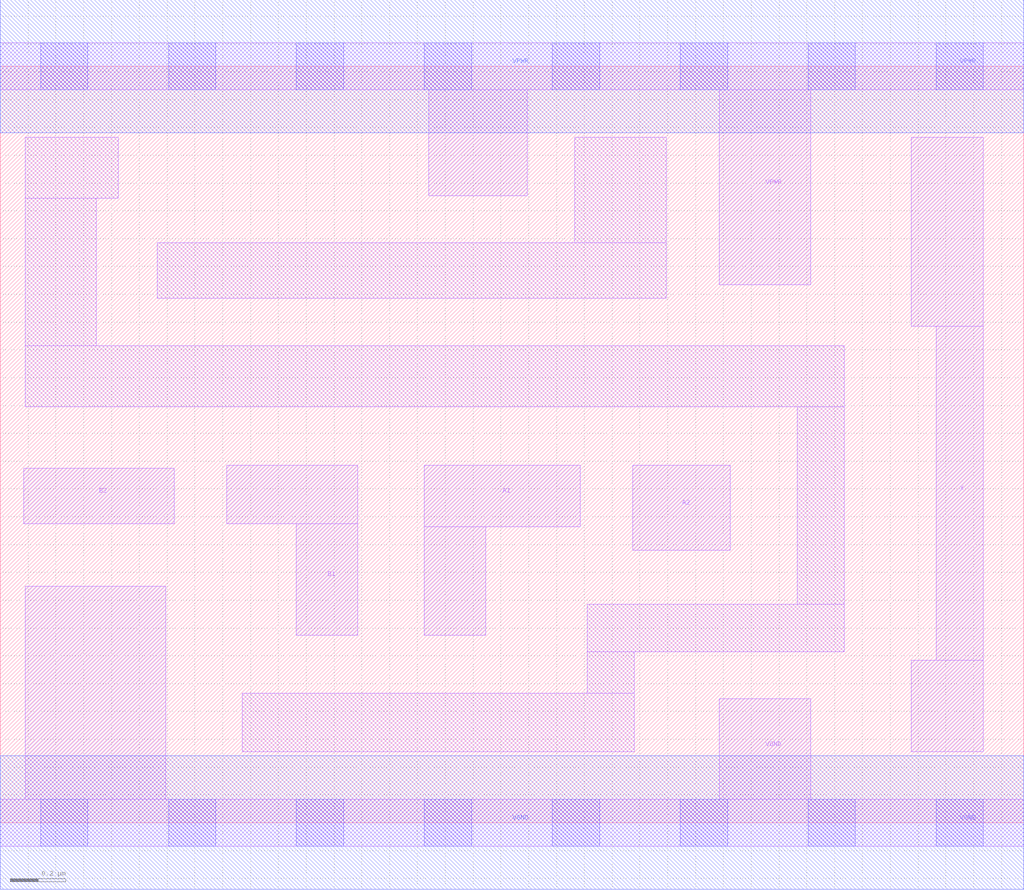
<source format=lef>
# Copyright 2020 The SkyWater PDK Authors
#
# Licensed under the Apache License, Version 2.0 (the "License");
# you may not use this file except in compliance with the License.
# You may obtain a copy of the License at
#
#     https://www.apache.org/licenses/LICENSE-2.0
#
# Unless required by applicable law or agreed to in writing, software
# distributed under the License is distributed on an "AS IS" BASIS,
# WITHOUT WARRANTIES OR CONDITIONS OF ANY KIND, either express or implied.
# See the License for the specific language governing permissions and
# limitations under the License.
#
# SPDX-License-Identifier: Apache-2.0

VERSION 5.7 ;
  NAMESCASESENSITIVE ON ;
  NOWIREEXTENSIONATPIN ON ;
  DIVIDERCHAR "/" ;
  BUSBITCHARS "[]" ;
UNITS
  DATABASE MICRONS 200 ;
END UNITS
PROPERTYDEFINITIONS
  MACRO maskLayoutSubType STRING ;
  MACRO prCellType STRING ;
  MACRO originalViewName STRING ;
END PROPERTYDEFINITIONS
MACRO sky130_fd_sc_hdll__a22o_1
  CLASS CORE ;
  FOREIGN sky130_fd_sc_hdll__a22o_1 ;
  ORIGIN  0.000000  0.000000 ;
  SIZE  3.680000 BY  2.720000 ;
  SYMMETRY X Y R90 ;
  SITE unithd ;
  PIN A1
    ANTENNAGATEAREA  0.277500 ;
    DIRECTION INPUT ;
    USE SIGNAL ;
    PORT
      LAYER li1 ;
        RECT 1.525000 0.675000 1.745000 1.065000 ;
        RECT 1.525000 1.065000 2.085000 1.285000 ;
    END
  END A1
  PIN A2
    ANTENNAGATEAREA  0.277500 ;
    DIRECTION INPUT ;
    USE SIGNAL ;
    PORT
      LAYER li1 ;
        RECT 2.275000 0.980000 2.625000 1.285000 ;
    END
  END A2
  PIN B1
    ANTENNAGATEAREA  0.277500 ;
    DIRECTION INPUT ;
    USE SIGNAL ;
    PORT
      LAYER li1 ;
        RECT 0.815000 1.075000 1.285000 1.285000 ;
        RECT 1.065000 0.675000 1.285000 1.075000 ;
    END
  END B1
  PIN B2
    ANTENNAGATEAREA  0.277500 ;
    DIRECTION INPUT ;
    USE SIGNAL ;
    PORT
      LAYER li1 ;
        RECT 0.085000 1.075000 0.625000 1.275000 ;
    END
  END B2
  PIN VGND
    ANTENNADIFFAREA  0.435500 ;
    DIRECTION INOUT ;
    USE SIGNAL ;
    PORT
      LAYER li1 ;
        RECT 0.000000 -0.085000 3.680000 0.085000 ;
        RECT 0.090000  0.085000 0.595000 0.850000 ;
        RECT 2.585000  0.085000 2.915000 0.445000 ;
      LAYER mcon ;
        RECT 0.145000 -0.085000 0.315000 0.085000 ;
        RECT 0.605000 -0.085000 0.775000 0.085000 ;
        RECT 1.065000 -0.085000 1.235000 0.085000 ;
        RECT 1.525000 -0.085000 1.695000 0.085000 ;
        RECT 1.985000 -0.085000 2.155000 0.085000 ;
        RECT 2.445000 -0.085000 2.615000 0.085000 ;
        RECT 2.905000 -0.085000 3.075000 0.085000 ;
        RECT 3.365000 -0.085000 3.535000 0.085000 ;
      LAYER met1 ;
        RECT 0.000000 -0.240000 3.680000 0.240000 ;
    END
  END VGND
  PIN VPWR
    ANTENNADIFFAREA  0.600000 ;
    DIRECTION INOUT ;
    USE SIGNAL ;
    PORT
      LAYER li1 ;
        RECT 0.000000 2.635000 3.680000 2.805000 ;
        RECT 1.540000 2.255000 1.895000 2.635000 ;
        RECT 2.585000 1.935000 2.915000 2.635000 ;
      LAYER mcon ;
        RECT 0.145000 2.635000 0.315000 2.805000 ;
        RECT 0.605000 2.635000 0.775000 2.805000 ;
        RECT 1.065000 2.635000 1.235000 2.805000 ;
        RECT 1.525000 2.635000 1.695000 2.805000 ;
        RECT 1.985000 2.635000 2.155000 2.805000 ;
        RECT 2.445000 2.635000 2.615000 2.805000 ;
        RECT 2.905000 2.635000 3.075000 2.805000 ;
        RECT 3.365000 2.635000 3.535000 2.805000 ;
      LAYER met1 ;
        RECT 0.000000 2.480000 3.680000 2.960000 ;
    END
  END VPWR
  PIN X
    ANTENNADIFFAREA  0.670000 ;
    DIRECTION OUTPUT ;
    USE SIGNAL ;
    PORT
      LAYER li1 ;
        RECT 3.275000 0.255000 3.535000 0.585000 ;
        RECT 3.275000 1.785000 3.535000 2.465000 ;
        RECT 3.365000 0.585000 3.535000 1.785000 ;
    END
  END X
  OBS
    LAYER li1 ;
      RECT 0.090000 1.495000 3.035000 1.715000 ;
      RECT 0.090000 1.715000 0.345000 2.245000 ;
      RECT 0.090000 2.245000 0.425000 2.465000 ;
      RECT 0.565000 1.885000 2.395000 2.085000 ;
      RECT 0.870000 0.255000 2.280000 0.465000 ;
      RECT 2.065000 2.085000 2.395000 2.465000 ;
      RECT 2.110000 0.465000 2.280000 0.615000 ;
      RECT 2.110000 0.615000 3.035000 0.785000 ;
      RECT 2.865000 0.785000 3.035000 1.495000 ;
  END
  PROPERTY maskLayoutSubType "abstract" ;
  PROPERTY prCellType "standard" ;
  PROPERTY originalViewName "layout" ;
END sky130_fd_sc_hdll__a22o_1

</source>
